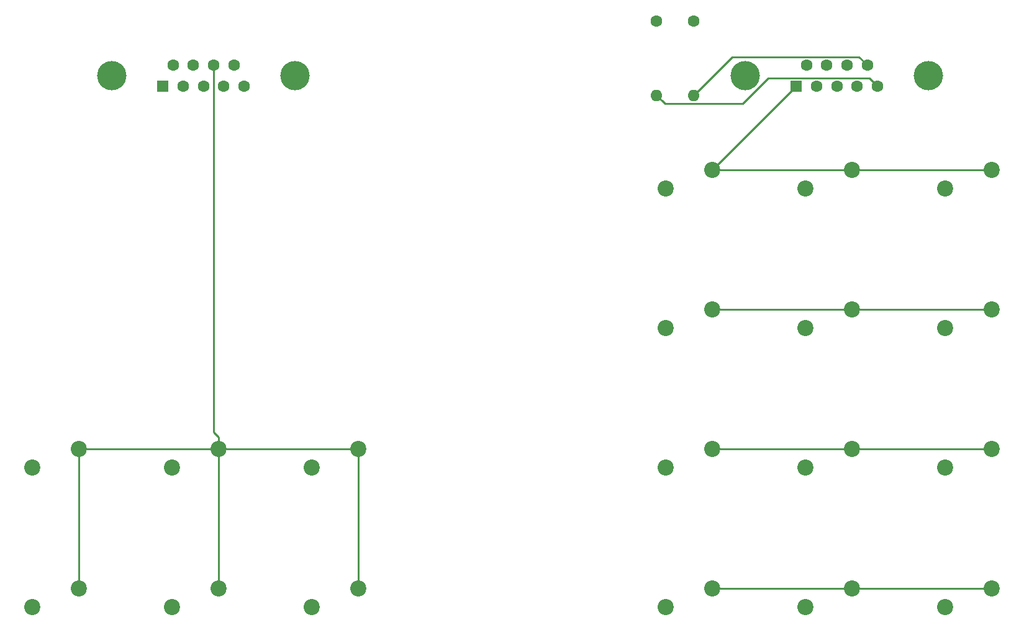
<source format=gbr>
G04 #@! TF.GenerationSoftware,KiCad,Pcbnew,(5.1.2-1)-1*
G04 #@! TF.CreationDate,2020-07-28T22:06:20+02:00*
G04 #@! TF.ProjectId,jamloopy-ctrl,6a616d6c-6f6f-4707-992d-6374726c2e6b,rev?*
G04 #@! TF.SameCoordinates,Original*
G04 #@! TF.FileFunction,Copper,L2,Bot*
G04 #@! TF.FilePolarity,Positive*
%FSLAX46Y46*%
G04 Gerber Fmt 4.6, Leading zero omitted, Abs format (unit mm)*
G04 Created by KiCad (PCBNEW (5.1.2-1)-1) date 2020-07-28 22:06:20*
%MOMM*%
%LPD*%
G04 APERTURE LIST*
%ADD10C,2.200000*%
%ADD11R,1.600000X1.600000*%
%ADD12C,1.600000*%
%ADD13C,4.000000*%
%ADD14O,1.600000X1.600000*%
%ADD15C,0.250000*%
G04 APERTURE END LIST*
D10*
X109220000Y-128270000D03*
X115570000Y-125730000D03*
X96520000Y-106680000D03*
X90170000Y-109220000D03*
X128270000Y-109220000D03*
X134620000Y-106680000D03*
D11*
X107950000Y-57150000D03*
D12*
X110720000Y-57150000D03*
X113490000Y-57150000D03*
X116260000Y-57150000D03*
X119030000Y-57150000D03*
X109335000Y-54310000D03*
X112105000Y-54310000D03*
X114875000Y-54310000D03*
X117645000Y-54310000D03*
D13*
X125990000Y-55730000D03*
X100990000Y-55730000D03*
X187350000Y-55730000D03*
X212350000Y-55730000D03*
D12*
X204005000Y-54310000D03*
X201235000Y-54310000D03*
X198465000Y-54310000D03*
X195695000Y-54310000D03*
X205390000Y-57150000D03*
X202620000Y-57150000D03*
X199850000Y-57150000D03*
X197080000Y-57150000D03*
D11*
X194310000Y-57150000D03*
D10*
X96520000Y-125730000D03*
X90170000Y-128270000D03*
D12*
X175260000Y-48260000D03*
D14*
X175260000Y-58420000D03*
X180340000Y-58420000D03*
D12*
X180340000Y-48260000D03*
D10*
X134620000Y-125730000D03*
X128270000Y-128270000D03*
X176530000Y-71120000D03*
X182880000Y-68580000D03*
X201930000Y-68580000D03*
X195580000Y-71120000D03*
X214630000Y-71120000D03*
X220980000Y-68580000D03*
X182880000Y-87630000D03*
X176530000Y-90170000D03*
X195580000Y-90170000D03*
X201930000Y-87630000D03*
X220980000Y-87630000D03*
X214630000Y-90170000D03*
X176530000Y-109220000D03*
X182880000Y-106680000D03*
X201930000Y-106680000D03*
X195580000Y-109220000D03*
X214630000Y-109220000D03*
X220980000Y-106680000D03*
X182880000Y-125730000D03*
X176530000Y-128270000D03*
X195580000Y-128270000D03*
X201930000Y-125730000D03*
X220980000Y-125730000D03*
X214630000Y-128270000D03*
X109220000Y-109220000D03*
X115570000Y-106680000D03*
D15*
X115570000Y-106680000D02*
X134620000Y-106680000D01*
X115570000Y-106680000D02*
X96520000Y-106680000D01*
X96520000Y-106680000D02*
X96520000Y-125730000D01*
X134620000Y-106680000D02*
X134620000Y-125730000D01*
X115570000Y-106680000D02*
X115570000Y-125730000D01*
X115570000Y-105124366D02*
X114875000Y-104429366D01*
X114875000Y-55441370D02*
X114875000Y-54310000D01*
X114875000Y-104429366D02*
X114875000Y-55441370D01*
X115570000Y-106680000D02*
X115570000Y-105124366D01*
X202879999Y-53184999D02*
X185575001Y-53184999D01*
X204005000Y-54310000D02*
X202879999Y-53184999D01*
X185575001Y-53184999D02*
X180340000Y-58420000D01*
X176059999Y-59219999D02*
X175260000Y-58420000D01*
X176385001Y-59545001D02*
X176059999Y-59219999D01*
X186976001Y-59545001D02*
X176385001Y-59545001D01*
X190496003Y-56024999D02*
X186976001Y-59545001D01*
X204264999Y-56024999D02*
X190496003Y-56024999D01*
X205390000Y-57150000D02*
X204264999Y-56024999D01*
X220980000Y-125730000D02*
X201930000Y-125730000D01*
X201930000Y-125730000D02*
X182880000Y-125730000D01*
X220980000Y-106680000D02*
X201930000Y-106680000D01*
X201930000Y-106680000D02*
X182880000Y-106680000D01*
X220980000Y-87630000D02*
X201930000Y-87630000D01*
X201930000Y-87630000D02*
X182880000Y-87630000D01*
X220980000Y-68580000D02*
X201930000Y-68580000D01*
X201930000Y-68580000D02*
X182880000Y-68580000D01*
X182880000Y-68580000D02*
X194310000Y-57150000D01*
M02*

</source>
